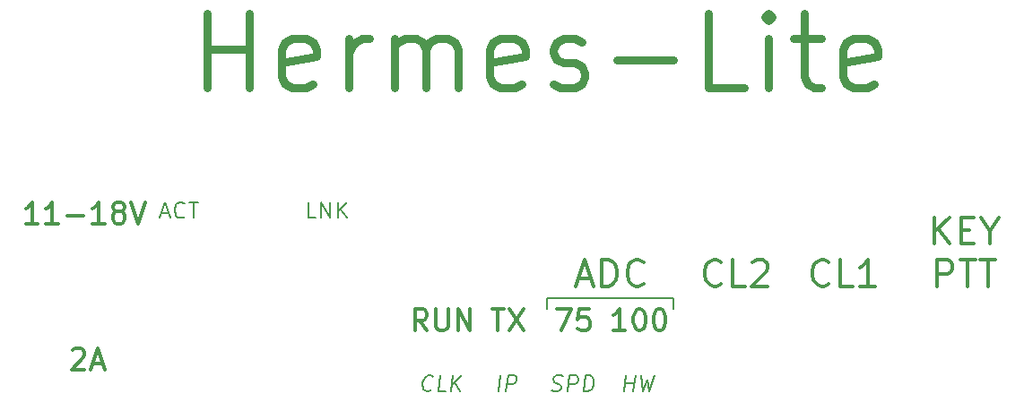
<source format=gto>
G04 #@! TF.GenerationSoftware,KiCad,Pcbnew,5.0.2-bee76a0~70~ubuntu16.04.1*
G04 #@! TF.CreationDate,2019-08-24T21:48:25-07:00*
G04 #@! TF.ProjectId,endcap,656e6463-6170-42e6-9b69-6361645f7063,rev?*
G04 #@! TF.SameCoordinates,PX2faf080PY2faf080*
G04 #@! TF.FileFunction,Other,ECO1*
%FSLAX46Y46*%
G04 Gerber Fmt 4.6, Leading zero omitted, Abs format (unit mm)*
G04 Created by KiCad (PCBNEW 5.0.2-bee76a0~70~ubuntu16.04.1) date Sat 24 Aug 2019 09:48:25 PM PDT*
%MOMM*%
%LPD*%
G01*
G04 APERTURE LIST*
%ADD10C,0.300000*%
%ADD11C,0.200000*%
%ADD12C,0.800000*%
G04 APERTURE END LIST*
D10*
X8771428Y-46795238D02*
X8866666Y-46700000D01*
X9057142Y-46604761D01*
X9533333Y-46604761D01*
X9723809Y-46700000D01*
X9819047Y-46795238D01*
X9914285Y-46985714D01*
X9914285Y-47176190D01*
X9819047Y-47461904D01*
X8676190Y-48604761D01*
X9914285Y-48604761D01*
X10676190Y-48033333D02*
X11628571Y-48033333D01*
X10485714Y-48604761D02*
X11152380Y-46604761D01*
X11819047Y-48604761D01*
X5519047Y-34804761D02*
X4376190Y-34804761D01*
X4947619Y-34804761D02*
X4947619Y-32804761D01*
X4757142Y-33090476D01*
X4566666Y-33280952D01*
X4376190Y-33376190D01*
X7423809Y-34804761D02*
X6280952Y-34804761D01*
X6852380Y-34804761D02*
X6852380Y-32804761D01*
X6661904Y-33090476D01*
X6471428Y-33280952D01*
X6280952Y-33376190D01*
X8280952Y-34042857D02*
X9804761Y-34042857D01*
X11804761Y-34804761D02*
X10661904Y-34804761D01*
X11233333Y-34804761D02*
X11233333Y-32804761D01*
X11042857Y-33090476D01*
X10852380Y-33280952D01*
X10661904Y-33376190D01*
X12947619Y-33661904D02*
X12757142Y-33566666D01*
X12661904Y-33471428D01*
X12566666Y-33280952D01*
X12566666Y-33185714D01*
X12661904Y-32995238D01*
X12757142Y-32900000D01*
X12947619Y-32804761D01*
X13328571Y-32804761D01*
X13519047Y-32900000D01*
X13614285Y-32995238D01*
X13709523Y-33185714D01*
X13709523Y-33280952D01*
X13614285Y-33471428D01*
X13519047Y-33566666D01*
X13328571Y-33661904D01*
X12947619Y-33661904D01*
X12757142Y-33757142D01*
X12661904Y-33852380D01*
X12566666Y-34042857D01*
X12566666Y-34423809D01*
X12661904Y-34614285D01*
X12757142Y-34709523D01*
X12947619Y-34804761D01*
X13328571Y-34804761D01*
X13519047Y-34709523D01*
X13614285Y-34614285D01*
X13709523Y-34423809D01*
X13709523Y-34042857D01*
X13614285Y-33852380D01*
X13519047Y-33757142D01*
X13328571Y-33661904D01*
X14280952Y-32804761D02*
X14947619Y-34804761D01*
X15614285Y-32804761D01*
X90142857Y-36705952D02*
X90142857Y-34205952D01*
X91571428Y-36705952D02*
X90500000Y-35277380D01*
X91571428Y-34205952D02*
X90142857Y-35634523D01*
X92642857Y-35396428D02*
X93476190Y-35396428D01*
X93833333Y-36705952D02*
X92642857Y-36705952D01*
X92642857Y-34205952D01*
X93833333Y-34205952D01*
X95380952Y-35515476D02*
X95380952Y-36705952D01*
X94547619Y-34205952D02*
X95380952Y-35515476D01*
X96214285Y-34205952D01*
X90440476Y-40755952D02*
X90440476Y-38255952D01*
X91392857Y-38255952D01*
X91630952Y-38375000D01*
X91750000Y-38494047D01*
X91869047Y-38732142D01*
X91869047Y-39089285D01*
X91750000Y-39327380D01*
X91630952Y-39446428D01*
X91392857Y-39565476D01*
X90440476Y-39565476D01*
X92583333Y-38255952D02*
X94011904Y-38255952D01*
X93297619Y-40755952D02*
X93297619Y-38255952D01*
X94488095Y-38255952D02*
X95916666Y-38255952D01*
X95202380Y-40755952D02*
X95202380Y-38255952D01*
X80171428Y-40492857D02*
X80052380Y-40611904D01*
X79695238Y-40730952D01*
X79457142Y-40730952D01*
X79100000Y-40611904D01*
X78861904Y-40373809D01*
X78742857Y-40135714D01*
X78623809Y-39659523D01*
X78623809Y-39302380D01*
X78742857Y-38826190D01*
X78861904Y-38588095D01*
X79100000Y-38350000D01*
X79457142Y-38230952D01*
X79695238Y-38230952D01*
X80052380Y-38350000D01*
X80171428Y-38469047D01*
X82433333Y-40730952D02*
X81242857Y-40730952D01*
X81242857Y-38230952D01*
X84576190Y-40730952D02*
X83147619Y-40730952D01*
X83861904Y-40730952D02*
X83861904Y-38230952D01*
X83623809Y-38588095D01*
X83385714Y-38826190D01*
X83147619Y-38945238D01*
X70011428Y-40492857D02*
X69892380Y-40611904D01*
X69535238Y-40730952D01*
X69297142Y-40730952D01*
X68940000Y-40611904D01*
X68701904Y-40373809D01*
X68582857Y-40135714D01*
X68463809Y-39659523D01*
X68463809Y-39302380D01*
X68582857Y-38826190D01*
X68701904Y-38588095D01*
X68940000Y-38350000D01*
X69297142Y-38230952D01*
X69535238Y-38230952D01*
X69892380Y-38350000D01*
X70011428Y-38469047D01*
X72273333Y-40730952D02*
X71082857Y-40730952D01*
X71082857Y-38230952D01*
X72987619Y-38469047D02*
X73106666Y-38350000D01*
X73344761Y-38230952D01*
X73940000Y-38230952D01*
X74178095Y-38350000D01*
X74297142Y-38469047D01*
X74416190Y-38707142D01*
X74416190Y-38945238D01*
X74297142Y-39302380D01*
X72868571Y-40730952D01*
X74416190Y-40730952D01*
X56504761Y-40016666D02*
X57695238Y-40016666D01*
X56266666Y-40730952D02*
X57100000Y-38230952D01*
X57933333Y-40730952D01*
X58766666Y-40730952D02*
X58766666Y-38230952D01*
X59361904Y-38230952D01*
X59719047Y-38350000D01*
X59957142Y-38588095D01*
X60076190Y-38826190D01*
X60195238Y-39302380D01*
X60195238Y-39659523D01*
X60076190Y-40135714D01*
X59957142Y-40373809D01*
X59719047Y-40611904D01*
X59361904Y-40730952D01*
X58766666Y-40730952D01*
X62695238Y-40492857D02*
X62576190Y-40611904D01*
X62219047Y-40730952D01*
X61980952Y-40730952D01*
X61623809Y-40611904D01*
X61385714Y-40373809D01*
X61266666Y-40135714D01*
X61147619Y-39659523D01*
X61147619Y-39302380D01*
X61266666Y-38826190D01*
X61385714Y-38588095D01*
X61623809Y-38350000D01*
X61980952Y-38230952D01*
X62219047Y-38230952D01*
X62576190Y-38350000D01*
X62695238Y-38469047D01*
D11*
X65500000Y-41900000D02*
X65500000Y-42900000D01*
X53600000Y-41900000D02*
X65500000Y-41900000D01*
X53600000Y-42900000D02*
X53600000Y-41900000D01*
X60866339Y-50678571D02*
X61053839Y-49178571D01*
X60964553Y-49892857D02*
X61821696Y-49892857D01*
X61723482Y-50678571D02*
X61910982Y-49178571D01*
X62482410Y-49178571D02*
X62652053Y-50678571D01*
X63071696Y-49607142D01*
X63223482Y-50678571D01*
X63768125Y-49178571D01*
X54032410Y-50607142D02*
X54237767Y-50678571D01*
X54594910Y-50678571D01*
X54746696Y-50607142D01*
X54827053Y-50535714D01*
X54916339Y-50392857D01*
X54934196Y-50250000D01*
X54880625Y-50107142D01*
X54818125Y-50035714D01*
X54684196Y-49964285D01*
X54407410Y-49892857D01*
X54273482Y-49821428D01*
X54210982Y-49750000D01*
X54157410Y-49607142D01*
X54175267Y-49464285D01*
X54264553Y-49321428D01*
X54344910Y-49250000D01*
X54496696Y-49178571D01*
X54853839Y-49178571D01*
X55059196Y-49250000D01*
X55523482Y-50678571D02*
X55710982Y-49178571D01*
X56282410Y-49178571D01*
X56416339Y-49250000D01*
X56478839Y-49321428D01*
X56532410Y-49464285D01*
X56505625Y-49678571D01*
X56416339Y-49821428D01*
X56335982Y-49892857D01*
X56184196Y-49964285D01*
X55612767Y-49964285D01*
X57023482Y-50678571D02*
X57210982Y-49178571D01*
X57568125Y-49178571D01*
X57773482Y-49250000D01*
X57898482Y-49392857D01*
X57952053Y-49535714D01*
X57987767Y-49821428D01*
X57960982Y-50035714D01*
X57853839Y-50321428D01*
X57764553Y-50464285D01*
X57603839Y-50607142D01*
X57380625Y-50678571D01*
X57023482Y-50678571D01*
X49002053Y-50678571D02*
X49189553Y-49178571D01*
X49716339Y-50678571D02*
X49903839Y-49178571D01*
X50475267Y-49178571D01*
X50609196Y-49250000D01*
X50671696Y-49321428D01*
X50725267Y-49464285D01*
X50698482Y-49678571D01*
X50609196Y-49821428D01*
X50528839Y-49892857D01*
X50377053Y-49964285D01*
X49805625Y-49964285D01*
X42677053Y-50535714D02*
X42596696Y-50607142D01*
X42373482Y-50678571D01*
X42230625Y-50678571D01*
X42025267Y-50607142D01*
X41900267Y-50464285D01*
X41846696Y-50321428D01*
X41810982Y-50035714D01*
X41837767Y-49821428D01*
X41944910Y-49535714D01*
X42034196Y-49392857D01*
X42194910Y-49250000D01*
X42418125Y-49178571D01*
X42560982Y-49178571D01*
X42766339Y-49250000D01*
X42828839Y-49321428D01*
X44016339Y-50678571D02*
X43302053Y-50678571D01*
X43489553Y-49178571D01*
X44516339Y-50678571D02*
X44703839Y-49178571D01*
X45373482Y-50678571D02*
X44837767Y-49821428D01*
X45560982Y-49178571D02*
X44596696Y-50035714D01*
D10*
X60966666Y-44904761D02*
X59823809Y-44904761D01*
X60395238Y-44904761D02*
X60395238Y-42904761D01*
X60204761Y-43190476D01*
X60014285Y-43380952D01*
X59823809Y-43476190D01*
X62204761Y-42904761D02*
X62395238Y-42904761D01*
X62585714Y-43000000D01*
X62680952Y-43095238D01*
X62776190Y-43285714D01*
X62871428Y-43666666D01*
X62871428Y-44142857D01*
X62776190Y-44523809D01*
X62680952Y-44714285D01*
X62585714Y-44809523D01*
X62395238Y-44904761D01*
X62204761Y-44904761D01*
X62014285Y-44809523D01*
X61919047Y-44714285D01*
X61823809Y-44523809D01*
X61728571Y-44142857D01*
X61728571Y-43666666D01*
X61823809Y-43285714D01*
X61919047Y-43095238D01*
X62014285Y-43000000D01*
X62204761Y-42904761D01*
X64109523Y-42904761D02*
X64300000Y-42904761D01*
X64490476Y-43000000D01*
X64585714Y-43095238D01*
X64680952Y-43285714D01*
X64776190Y-43666666D01*
X64776190Y-44142857D01*
X64680952Y-44523809D01*
X64585714Y-44714285D01*
X64490476Y-44809523D01*
X64300000Y-44904761D01*
X64109523Y-44904761D01*
X63919047Y-44809523D01*
X63823809Y-44714285D01*
X63728571Y-44523809D01*
X63633333Y-44142857D01*
X63633333Y-43666666D01*
X63728571Y-43285714D01*
X63823809Y-43095238D01*
X63919047Y-43000000D01*
X64109523Y-42904761D01*
X54480952Y-42904761D02*
X55814285Y-42904761D01*
X54957142Y-44904761D01*
X57528571Y-42904761D02*
X56576190Y-42904761D01*
X56480952Y-43857142D01*
X56576190Y-43761904D01*
X56766666Y-43666666D01*
X57242857Y-43666666D01*
X57433333Y-43761904D01*
X57528571Y-43857142D01*
X57623809Y-44047619D01*
X57623809Y-44523809D01*
X57528571Y-44714285D01*
X57433333Y-44809523D01*
X57242857Y-44904761D01*
X56766666Y-44904761D01*
X56576190Y-44809523D01*
X56480952Y-44714285D01*
X48376190Y-42904761D02*
X49519047Y-42904761D01*
X48947619Y-44904761D02*
X48947619Y-42904761D01*
X49995238Y-42904761D02*
X51328571Y-44904761D01*
X51328571Y-42904761D02*
X49995238Y-44904761D01*
X42223809Y-44904761D02*
X41557142Y-43952380D01*
X41080952Y-44904761D02*
X41080952Y-42904761D01*
X41842857Y-42904761D01*
X42033333Y-43000000D01*
X42128571Y-43095238D01*
X42223809Y-43285714D01*
X42223809Y-43571428D01*
X42128571Y-43761904D01*
X42033333Y-43857142D01*
X41842857Y-43952380D01*
X41080952Y-43952380D01*
X43080952Y-42904761D02*
X43080952Y-44523809D01*
X43176190Y-44714285D01*
X43271428Y-44809523D01*
X43461904Y-44904761D01*
X43842857Y-44904761D01*
X44033333Y-44809523D01*
X44128571Y-44714285D01*
X44223809Y-44523809D01*
X44223809Y-42904761D01*
X45176190Y-44904761D02*
X45176190Y-42904761D01*
X46319047Y-44904761D01*
X46319047Y-42904761D01*
D11*
X31728571Y-34278571D02*
X31014285Y-34278571D01*
X31014285Y-32778571D01*
X32228571Y-34278571D02*
X32228571Y-32778571D01*
X33085714Y-34278571D01*
X33085714Y-32778571D01*
X33800000Y-34278571D02*
X33800000Y-32778571D01*
X34657142Y-34278571D02*
X34014285Y-33421428D01*
X34657142Y-32778571D02*
X33800000Y-33635714D01*
X17121428Y-33850000D02*
X17835714Y-33850000D01*
X16978571Y-34278571D02*
X17478571Y-32778571D01*
X17978571Y-34278571D01*
X19335714Y-34135714D02*
X19264285Y-34207142D01*
X19050000Y-34278571D01*
X18907142Y-34278571D01*
X18692857Y-34207142D01*
X18550000Y-34064285D01*
X18478571Y-33921428D01*
X18407142Y-33635714D01*
X18407142Y-33421428D01*
X18478571Y-33135714D01*
X18550000Y-32992857D01*
X18692857Y-32850000D01*
X18907142Y-32778571D01*
X19050000Y-32778571D01*
X19264285Y-32850000D01*
X19335714Y-32921428D01*
X19764285Y-32778571D02*
X20621428Y-32778571D01*
X20192857Y-34278571D02*
X20192857Y-32778571D01*
D12*
X21500000Y-21966666D02*
X21500000Y-14966666D01*
X21500000Y-18300000D02*
X25500000Y-18300000D01*
X25500000Y-21966666D02*
X25500000Y-14966666D01*
X31500000Y-21633333D02*
X30833333Y-21966666D01*
X29500000Y-21966666D01*
X28833333Y-21633333D01*
X28500000Y-20966666D01*
X28500000Y-18300000D01*
X28833333Y-17633333D01*
X29500000Y-17300000D01*
X30833333Y-17300000D01*
X31500000Y-17633333D01*
X31833333Y-18300000D01*
X31833333Y-18966666D01*
X28500000Y-19633333D01*
X34833333Y-21966666D02*
X34833333Y-17300000D01*
X34833333Y-18633333D02*
X35166666Y-17966666D01*
X35500000Y-17633333D01*
X36166666Y-17300000D01*
X36833333Y-17300000D01*
X39166666Y-21966666D02*
X39166666Y-17300000D01*
X39166666Y-17966666D02*
X39500000Y-17633333D01*
X40166666Y-17300000D01*
X41166666Y-17300000D01*
X41833333Y-17633333D01*
X42166666Y-18300000D01*
X42166666Y-21966666D01*
X42166666Y-18300000D02*
X42500000Y-17633333D01*
X43166666Y-17300000D01*
X44166666Y-17300000D01*
X44833333Y-17633333D01*
X45166666Y-18300000D01*
X45166666Y-21966666D01*
X51166666Y-21633333D02*
X50500000Y-21966666D01*
X49166666Y-21966666D01*
X48500000Y-21633333D01*
X48166666Y-20966666D01*
X48166666Y-18300000D01*
X48500000Y-17633333D01*
X49166666Y-17300000D01*
X50500000Y-17300000D01*
X51166666Y-17633333D01*
X51500000Y-18300000D01*
X51500000Y-18966666D01*
X48166666Y-19633333D01*
X54166666Y-21633333D02*
X54833333Y-21966666D01*
X56166666Y-21966666D01*
X56833333Y-21633333D01*
X57166666Y-20966666D01*
X57166666Y-20633333D01*
X56833333Y-19966666D01*
X56166666Y-19633333D01*
X55166666Y-19633333D01*
X54500000Y-19300000D01*
X54166666Y-18633333D01*
X54166666Y-18300000D01*
X54500000Y-17633333D01*
X55166666Y-17300000D01*
X56166666Y-17300000D01*
X56833333Y-17633333D01*
X60166666Y-19300000D02*
X65500000Y-19300000D01*
X72166666Y-21966666D02*
X68833333Y-21966666D01*
X68833333Y-14966666D01*
X74500000Y-21966666D02*
X74500000Y-17300000D01*
X74500000Y-14966666D02*
X74166666Y-15300000D01*
X74500000Y-15633333D01*
X74833333Y-15300000D01*
X74500000Y-14966666D01*
X74500000Y-15633333D01*
X76833333Y-17300000D02*
X79500000Y-17300000D01*
X77833333Y-14966666D02*
X77833333Y-20966666D01*
X78166666Y-21633333D01*
X78833333Y-21966666D01*
X79500000Y-21966666D01*
X84500000Y-21633333D02*
X83833333Y-21966666D01*
X82500000Y-21966666D01*
X81833333Y-21633333D01*
X81500000Y-20966666D01*
X81500000Y-18300000D01*
X81833333Y-17633333D01*
X82500000Y-17300000D01*
X83833333Y-17300000D01*
X84500000Y-17633333D01*
X84833333Y-18300000D01*
X84833333Y-18966666D01*
X81500000Y-19633333D01*
M02*

</source>
